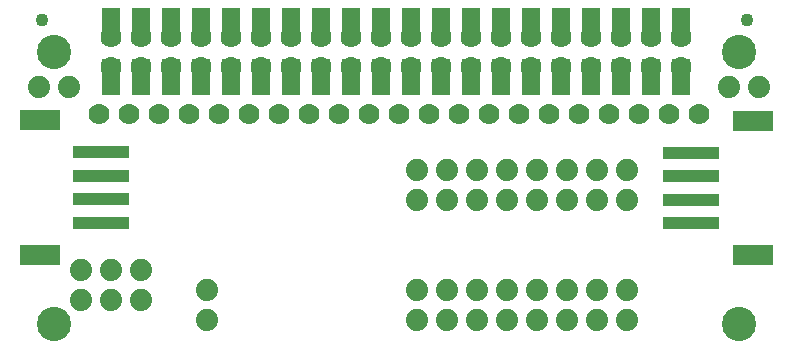
<source format=gbr>
G04 EAGLE Gerber RS-274X export*
G75*
%MOMM*%
%FSLAX34Y34*%
%LPD*%
%INSoldermask Bottom*%
%IPPOS*%
%AMOC8*
5,1,8,0,0,1.08239X$1,22.5*%
G01*
%ADD10C,1.879600*%
%ADD11R,4.701600X1.101600*%
%ADD12R,3.501600X1.801600*%
%ADD13C,2.901600*%
%ADD14R,1.625600X3.149600*%
%ADD15C,1.778000*%
%ADD16C,1.101600*%


D10*
X58420Y54610D03*
X58420Y80010D03*
X109220Y54610D03*
X109220Y80010D03*
X83820Y54610D03*
X83820Y80010D03*
X607060Y234950D03*
X632460Y234950D03*
X342900Y38100D03*
X342900Y63500D03*
X368300Y38100D03*
X368300Y63500D03*
X393700Y38100D03*
X393700Y63500D03*
X419100Y38100D03*
X419100Y63500D03*
X444500Y38100D03*
X444500Y63500D03*
X469900Y38100D03*
X469900Y63500D03*
X495300Y38100D03*
X495300Y63500D03*
X520700Y38100D03*
X520700Y63500D03*
X342900Y139700D03*
X342900Y165100D03*
X368300Y139700D03*
X368300Y165100D03*
X393700Y139700D03*
X393700Y165100D03*
X419100Y139700D03*
X419100Y165100D03*
X444500Y139700D03*
X444500Y165100D03*
X469900Y139700D03*
X469900Y165100D03*
X495300Y139700D03*
X495300Y165100D03*
X520700Y139700D03*
X520700Y165100D03*
X165100Y63500D03*
X165100Y38100D03*
D11*
X75100Y180200D03*
X75100Y160200D03*
D12*
X23100Y207200D03*
X23100Y93200D03*
D11*
X75100Y140200D03*
X75100Y120200D03*
X574900Y119800D03*
X574900Y139800D03*
D12*
X626900Y92800D03*
X626900Y206800D03*
D11*
X574900Y159800D03*
X574900Y179800D03*
D13*
X35000Y265000D03*
X615000Y265000D03*
X615000Y35000D03*
D14*
X83696Y243394D03*
X83696Y286574D03*
X109096Y243394D03*
X109096Y286574D03*
X134496Y286574D03*
X134496Y243394D03*
X159896Y286574D03*
X159896Y243394D03*
X185296Y286574D03*
X185296Y243394D03*
X210696Y286574D03*
X210696Y243394D03*
X236096Y286574D03*
X236096Y243394D03*
X261496Y286574D03*
X261496Y243394D03*
X286896Y286574D03*
X286896Y243394D03*
X312296Y286574D03*
X312296Y243394D03*
X337696Y286574D03*
X337696Y243394D03*
X363096Y286574D03*
X363096Y243394D03*
X388496Y286574D03*
X388496Y243394D03*
X413896Y286574D03*
X413896Y243394D03*
X439296Y286574D03*
X439296Y243394D03*
X464696Y286574D03*
X464696Y243394D03*
X490096Y286574D03*
X490096Y243394D03*
X515496Y286574D03*
X515496Y243394D03*
X540896Y286574D03*
X540896Y243394D03*
X566296Y286574D03*
X566296Y243394D03*
D13*
X35000Y35000D03*
D15*
X83700Y252300D03*
X83700Y277700D03*
X109100Y252300D03*
X109100Y277700D03*
X134500Y252300D03*
X134500Y277700D03*
X159900Y252300D03*
X159900Y277700D03*
X185300Y252300D03*
X185300Y277700D03*
X210700Y252300D03*
X210700Y277700D03*
X236100Y252300D03*
X236100Y277700D03*
X261500Y252300D03*
X261500Y277700D03*
X286900Y252300D03*
X286900Y277700D03*
X312300Y252300D03*
X312300Y277700D03*
X337700Y252300D03*
X337700Y277700D03*
X363100Y252300D03*
X363100Y277700D03*
X388500Y252300D03*
X388500Y277700D03*
X413900Y252300D03*
X413900Y277700D03*
X439300Y252300D03*
X439300Y277700D03*
X464700Y252300D03*
X464700Y277700D03*
X490100Y252300D03*
X490100Y277700D03*
X515500Y252300D03*
X515500Y277700D03*
X540900Y252300D03*
X540900Y277700D03*
X566300Y252300D03*
X566300Y277700D03*
D16*
X25400Y292100D03*
X622300Y292100D03*
D10*
X22860Y234950D03*
X48260Y234950D03*
D15*
X73660Y212090D03*
X99060Y212090D03*
X124460Y212090D03*
X149860Y212090D03*
X175260Y212090D03*
X200660Y212090D03*
X226060Y212090D03*
X251460Y212090D03*
X276860Y212090D03*
X302260Y212090D03*
X327660Y212090D03*
X353060Y212090D03*
X378460Y212090D03*
X403860Y212090D03*
X429260Y212090D03*
X454660Y212090D03*
X480060Y212090D03*
X505460Y212090D03*
X530860Y212090D03*
X556260Y212090D03*
X581660Y212090D03*
M02*

</source>
